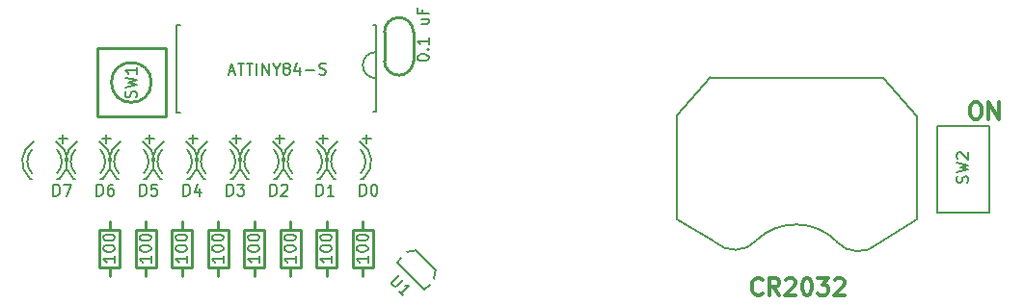
<source format=gto>
G04 #@! TF.FileFunction,Legend,Top*
%FSLAX46Y46*%
G04 Gerber Fmt 4.6, Leading zero omitted, Abs format (unit mm)*
G04 Created by KiCad (PCBNEW 4.0.7) date 02/28/18 07:49:30*
%MOMM*%
%LPD*%
G01*
G04 APERTURE LIST*
%ADD10C,0.100000*%
%ADD11C,0.150000*%
%ADD12C,0.300000*%
%ADD13C,0.200000*%
%ADD14C,0.151740*%
%ADD15C,0.150800*%
%ADD16C,0.250000*%
%ADD17C,0.254000*%
%ADD18C,0.177800*%
G04 APERTURE END LIST*
D10*
D11*
X162075905Y-85542381D02*
X162075905Y-84542381D01*
X162314000Y-84542381D01*
X162456858Y-84590000D01*
X162552096Y-84685238D01*
X162599715Y-84780476D01*
X162647334Y-84970952D01*
X162647334Y-85113810D01*
X162599715Y-85304286D01*
X162552096Y-85399524D01*
X162456858Y-85494762D01*
X162314000Y-85542381D01*
X162075905Y-85542381D01*
X162980667Y-84542381D02*
X163647334Y-84542381D01*
X163218762Y-85542381D01*
X165885905Y-85542381D02*
X165885905Y-84542381D01*
X166124000Y-84542381D01*
X166266858Y-84590000D01*
X166362096Y-84685238D01*
X166409715Y-84780476D01*
X166457334Y-84970952D01*
X166457334Y-85113810D01*
X166409715Y-85304286D01*
X166362096Y-85399524D01*
X166266858Y-85494762D01*
X166124000Y-85542381D01*
X165885905Y-85542381D01*
X167314477Y-84542381D02*
X167124000Y-84542381D01*
X167028762Y-84590000D01*
X166981143Y-84637619D01*
X166885905Y-84780476D01*
X166838286Y-84970952D01*
X166838286Y-85351905D01*
X166885905Y-85447143D01*
X166933524Y-85494762D01*
X167028762Y-85542381D01*
X167219239Y-85542381D01*
X167314477Y-85494762D01*
X167362096Y-85447143D01*
X167409715Y-85351905D01*
X167409715Y-85113810D01*
X167362096Y-85018571D01*
X167314477Y-84970952D01*
X167219239Y-84923333D01*
X167028762Y-84923333D01*
X166933524Y-84970952D01*
X166885905Y-85018571D01*
X166838286Y-85113810D01*
X169695905Y-85542381D02*
X169695905Y-84542381D01*
X169934000Y-84542381D01*
X170076858Y-84590000D01*
X170172096Y-84685238D01*
X170219715Y-84780476D01*
X170267334Y-84970952D01*
X170267334Y-85113810D01*
X170219715Y-85304286D01*
X170172096Y-85399524D01*
X170076858Y-85494762D01*
X169934000Y-85542381D01*
X169695905Y-85542381D01*
X171172096Y-84542381D02*
X170695905Y-84542381D01*
X170648286Y-85018571D01*
X170695905Y-84970952D01*
X170791143Y-84923333D01*
X171029239Y-84923333D01*
X171124477Y-84970952D01*
X171172096Y-85018571D01*
X171219715Y-85113810D01*
X171219715Y-85351905D01*
X171172096Y-85447143D01*
X171124477Y-85494762D01*
X171029239Y-85542381D01*
X170791143Y-85542381D01*
X170695905Y-85494762D01*
X170648286Y-85447143D01*
X173505905Y-85542381D02*
X173505905Y-84542381D01*
X173744000Y-84542381D01*
X173886858Y-84590000D01*
X173982096Y-84685238D01*
X174029715Y-84780476D01*
X174077334Y-84970952D01*
X174077334Y-85113810D01*
X174029715Y-85304286D01*
X173982096Y-85399524D01*
X173886858Y-85494762D01*
X173744000Y-85542381D01*
X173505905Y-85542381D01*
X174934477Y-84875714D02*
X174934477Y-85542381D01*
X174696381Y-84494762D02*
X174458286Y-85209048D01*
X175077334Y-85209048D01*
X177315905Y-85542381D02*
X177315905Y-84542381D01*
X177554000Y-84542381D01*
X177696858Y-84590000D01*
X177792096Y-84685238D01*
X177839715Y-84780476D01*
X177887334Y-84970952D01*
X177887334Y-85113810D01*
X177839715Y-85304286D01*
X177792096Y-85399524D01*
X177696858Y-85494762D01*
X177554000Y-85542381D01*
X177315905Y-85542381D01*
X178220667Y-84542381D02*
X178839715Y-84542381D01*
X178506381Y-84923333D01*
X178649239Y-84923333D01*
X178744477Y-84970952D01*
X178792096Y-85018571D01*
X178839715Y-85113810D01*
X178839715Y-85351905D01*
X178792096Y-85447143D01*
X178744477Y-85494762D01*
X178649239Y-85542381D01*
X178363524Y-85542381D01*
X178268286Y-85494762D01*
X178220667Y-85447143D01*
X181125905Y-85542381D02*
X181125905Y-84542381D01*
X181364000Y-84542381D01*
X181506858Y-84590000D01*
X181602096Y-84685238D01*
X181649715Y-84780476D01*
X181697334Y-84970952D01*
X181697334Y-85113810D01*
X181649715Y-85304286D01*
X181602096Y-85399524D01*
X181506858Y-85494762D01*
X181364000Y-85542381D01*
X181125905Y-85542381D01*
X182078286Y-84637619D02*
X182125905Y-84590000D01*
X182221143Y-84542381D01*
X182459239Y-84542381D01*
X182554477Y-84590000D01*
X182602096Y-84637619D01*
X182649715Y-84732857D01*
X182649715Y-84828095D01*
X182602096Y-84970952D01*
X182030667Y-85542381D01*
X182649715Y-85542381D01*
X188999905Y-85542381D02*
X188999905Y-84542381D01*
X189238000Y-84542381D01*
X189380858Y-84590000D01*
X189476096Y-84685238D01*
X189523715Y-84780476D01*
X189571334Y-84970952D01*
X189571334Y-85113810D01*
X189523715Y-85304286D01*
X189476096Y-85399524D01*
X189380858Y-85494762D01*
X189238000Y-85542381D01*
X188999905Y-85542381D01*
X190190381Y-84542381D02*
X190285620Y-84542381D01*
X190380858Y-84590000D01*
X190428477Y-84637619D01*
X190476096Y-84732857D01*
X190523715Y-84923333D01*
X190523715Y-85161429D01*
X190476096Y-85351905D01*
X190428477Y-85447143D01*
X190380858Y-85494762D01*
X190285620Y-85542381D01*
X190190381Y-85542381D01*
X190095143Y-85494762D01*
X190047524Y-85447143D01*
X189999905Y-85351905D01*
X189952286Y-85161429D01*
X189952286Y-84923333D01*
X189999905Y-84732857D01*
X190047524Y-84637619D01*
X190095143Y-84590000D01*
X190190381Y-84542381D01*
X185189905Y-85542381D02*
X185189905Y-84542381D01*
X185428000Y-84542381D01*
X185570858Y-84590000D01*
X185666096Y-84685238D01*
X185713715Y-84780476D01*
X185761334Y-84970952D01*
X185761334Y-85113810D01*
X185713715Y-85304286D01*
X185666096Y-85399524D01*
X185570858Y-85494762D01*
X185428000Y-85542381D01*
X185189905Y-85542381D01*
X186713715Y-85542381D02*
X186142286Y-85542381D01*
X186428000Y-85542381D02*
X186428000Y-84542381D01*
X186332762Y-84685238D01*
X186237524Y-84780476D01*
X186142286Y-84828095D01*
D12*
X224314144Y-94134714D02*
X224242715Y-94206143D01*
X224028429Y-94277571D01*
X223885572Y-94277571D01*
X223671287Y-94206143D01*
X223528429Y-94063286D01*
X223457001Y-93920429D01*
X223385572Y-93634714D01*
X223385572Y-93420429D01*
X223457001Y-93134714D01*
X223528429Y-92991857D01*
X223671287Y-92849000D01*
X223885572Y-92777571D01*
X224028429Y-92777571D01*
X224242715Y-92849000D01*
X224314144Y-92920429D01*
X225814144Y-94277571D02*
X225314144Y-93563286D01*
X224957001Y-94277571D02*
X224957001Y-92777571D01*
X225528429Y-92777571D01*
X225671287Y-92849000D01*
X225742715Y-92920429D01*
X225814144Y-93063286D01*
X225814144Y-93277571D01*
X225742715Y-93420429D01*
X225671287Y-93491857D01*
X225528429Y-93563286D01*
X224957001Y-93563286D01*
X226385572Y-92920429D02*
X226457001Y-92849000D01*
X226599858Y-92777571D01*
X226957001Y-92777571D01*
X227099858Y-92849000D01*
X227171287Y-92920429D01*
X227242715Y-93063286D01*
X227242715Y-93206143D01*
X227171287Y-93420429D01*
X226314144Y-94277571D01*
X227242715Y-94277571D01*
X228171286Y-92777571D02*
X228314143Y-92777571D01*
X228457000Y-92849000D01*
X228528429Y-92920429D01*
X228599858Y-93063286D01*
X228671286Y-93349000D01*
X228671286Y-93706143D01*
X228599858Y-93991857D01*
X228528429Y-94134714D01*
X228457000Y-94206143D01*
X228314143Y-94277571D01*
X228171286Y-94277571D01*
X228028429Y-94206143D01*
X227957000Y-94134714D01*
X227885572Y-93991857D01*
X227814143Y-93706143D01*
X227814143Y-93349000D01*
X227885572Y-93063286D01*
X227957000Y-92920429D01*
X228028429Y-92849000D01*
X228171286Y-92777571D01*
X229171286Y-92777571D02*
X230099857Y-92777571D01*
X229599857Y-93349000D01*
X229814143Y-93349000D01*
X229957000Y-93420429D01*
X230028429Y-93491857D01*
X230099857Y-93634714D01*
X230099857Y-93991857D01*
X230028429Y-94134714D01*
X229957000Y-94206143D01*
X229814143Y-94277571D01*
X229385571Y-94277571D01*
X229242714Y-94206143D01*
X229171286Y-94134714D01*
X230671285Y-92920429D02*
X230742714Y-92849000D01*
X230885571Y-92777571D01*
X231242714Y-92777571D01*
X231385571Y-92849000D01*
X231457000Y-92920429D01*
X231528428Y-93063286D01*
X231528428Y-93206143D01*
X231457000Y-93420429D01*
X230599857Y-94277571D01*
X231528428Y-94277571D01*
X242911428Y-77283571D02*
X243197142Y-77283571D01*
X243340000Y-77355000D01*
X243482857Y-77497857D01*
X243554285Y-77783571D01*
X243554285Y-78283571D01*
X243482857Y-78569286D01*
X243340000Y-78712143D01*
X243197142Y-78783571D01*
X242911428Y-78783571D01*
X242768571Y-78712143D01*
X242625714Y-78569286D01*
X242554285Y-78283571D01*
X242554285Y-77783571D01*
X242625714Y-77497857D01*
X242768571Y-77355000D01*
X242911428Y-77283571D01*
X244197143Y-78783571D02*
X244197143Y-77283571D01*
X245054286Y-78783571D01*
X245054286Y-77283571D01*
D13*
X195564592Y-92019751D02*
X193948146Y-90403305D01*
D14*
X194666567Y-93815803D02*
X192241898Y-91391133D01*
D15*
X195115580Y-93366790D02*
X194666567Y-93815803D01*
X192241898Y-91391133D02*
X192601108Y-91031923D01*
D11*
X195481639Y-92861707D02*
G75*
G03X195633889Y-92019751I-2251913J841956D01*
G01*
X193106190Y-90486259D02*
G75*
G02X193948146Y-90334009I841956J-2251913D01*
G01*
D13*
X189230000Y-74041000D02*
G75*
G03X190373000Y-75184000I1143000J0D01*
G01*
X190373000Y-72898000D02*
G75*
G03X189230000Y-74041000I0J-1143000D01*
G01*
X190119000Y-70485000D02*
X190373000Y-70485000D01*
X190373000Y-70485000D02*
X190373000Y-77978000D01*
X190373000Y-77978000D02*
X190373000Y-78105000D01*
X190373000Y-78105000D02*
X190119000Y-78105000D01*
X172847000Y-70485000D02*
X173228000Y-70485000D01*
X172847000Y-78232000D02*
X173228000Y-78232000D01*
X172847000Y-70485000D02*
X172847000Y-78232000D01*
D16*
X171910000Y-72565000D02*
X171910000Y-78565000D01*
X171910000Y-78565000D02*
X165910000Y-78565000D01*
X165910000Y-78565000D02*
X165910000Y-72565000D01*
X165910000Y-72565000D02*
X171910000Y-72565000D01*
X170660000Y-75565000D02*
G75*
G03X170660000Y-75565000I-1750000J0D01*
G01*
D11*
X220154500Y-89598500D02*
X216789000Y-87630000D01*
X234505500Y-89725500D02*
X237871000Y-87630000D01*
X220129100Y-89598500D02*
G75*
G03X223812100Y-89471500I1778000J1905000D01*
G01*
X230835200Y-89598500D02*
G75*
G03X234518200Y-89725500I1905000J1778000D01*
G01*
X230886000Y-89598500D02*
G75*
G03X223774000Y-89471500I-3619500J-3492500D01*
G01*
X234950000Y-75184000D02*
X237871000Y-78549500D01*
X216789000Y-78486000D02*
X219773500Y-75120500D01*
X219710000Y-75184000D02*
X234950000Y-75184000D01*
X216789000Y-87630000D02*
X216789000Y-78486000D01*
X237871000Y-87630000D02*
X237871000Y-78486000D01*
D17*
X193675000Y-71120000D02*
X193675000Y-73660000D01*
X191135000Y-71120000D02*
X191135000Y-73660000D01*
X192405000Y-69850000D02*
G75*
G03X191135000Y-71120000I0J-1270000D01*
G01*
X193675000Y-71120000D02*
G75*
G03X192405000Y-69850000I-1270000J0D01*
G01*
X191135000Y-73660000D02*
G75*
G03X192405000Y-74930000I1270000J0D01*
G01*
X192405000Y-74930000D02*
G75*
G03X193675000Y-73660000I0J1270000D01*
G01*
D11*
X189274000Y-84019000D02*
X189074000Y-84019000D01*
X186680000Y-84019000D02*
X186860000Y-84019000D01*
X186990357Y-80791256D02*
G75*
G03X186674000Y-84019000I1003643J-1727744D01*
G01*
X186860932Y-81466994D02*
G75*
G03X186860000Y-83570000I1133068J-1052006D01*
G01*
X189300726Y-84006220D02*
G75*
G03X188954000Y-80769000I-1306726J1497220D01*
G01*
X189073253Y-83532889D02*
G75*
G03X189054000Y-81485000I-1079253J1013889D01*
G01*
X185464000Y-84019000D02*
X185264000Y-84019000D01*
X182870000Y-84019000D02*
X183050000Y-84019000D01*
X183180357Y-80791256D02*
G75*
G03X182864000Y-84019000I1003643J-1727744D01*
G01*
X183050932Y-81466994D02*
G75*
G03X183050000Y-83570000I1133068J-1052006D01*
G01*
X185490726Y-84006220D02*
G75*
G03X185144000Y-80769000I-1306726J1497220D01*
G01*
X185263253Y-83532889D02*
G75*
G03X185244000Y-81485000I-1079253J1013889D01*
G01*
X181654000Y-84019000D02*
X181454000Y-84019000D01*
X179060000Y-84019000D02*
X179240000Y-84019000D01*
X179370357Y-80791256D02*
G75*
G03X179054000Y-84019000I1003643J-1727744D01*
G01*
X179240932Y-81466994D02*
G75*
G03X179240000Y-83570000I1133068J-1052006D01*
G01*
X181680726Y-84006220D02*
G75*
G03X181334000Y-80769000I-1306726J1497220D01*
G01*
X181453253Y-83532889D02*
G75*
G03X181434000Y-81485000I-1079253J1013889D01*
G01*
X177844000Y-84019000D02*
X177644000Y-84019000D01*
X175250000Y-84019000D02*
X175430000Y-84019000D01*
X175560357Y-80791256D02*
G75*
G03X175244000Y-84019000I1003643J-1727744D01*
G01*
X175430932Y-81466994D02*
G75*
G03X175430000Y-83570000I1133068J-1052006D01*
G01*
X177870726Y-84006220D02*
G75*
G03X177524000Y-80769000I-1306726J1497220D01*
G01*
X177643253Y-83532889D02*
G75*
G03X177624000Y-81485000I-1079253J1013889D01*
G01*
X174034000Y-84019000D02*
X173834000Y-84019000D01*
X171440000Y-84019000D02*
X171620000Y-84019000D01*
X171750357Y-80791256D02*
G75*
G03X171434000Y-84019000I1003643J-1727744D01*
G01*
X171620932Y-81466994D02*
G75*
G03X171620000Y-83570000I1133068J-1052006D01*
G01*
X174060726Y-84006220D02*
G75*
G03X173714000Y-80769000I-1306726J1497220D01*
G01*
X173833253Y-83532889D02*
G75*
G03X173814000Y-81485000I-1079253J1013889D01*
G01*
X170224000Y-84019000D02*
X170024000Y-84019000D01*
X167630000Y-84019000D02*
X167810000Y-84019000D01*
X167940357Y-80791256D02*
G75*
G03X167624000Y-84019000I1003643J-1727744D01*
G01*
X167810932Y-81466994D02*
G75*
G03X167810000Y-83570000I1133068J-1052006D01*
G01*
X170250726Y-84006220D02*
G75*
G03X169904000Y-80769000I-1306726J1497220D01*
G01*
X170023253Y-83532889D02*
G75*
G03X170004000Y-81485000I-1079253J1013889D01*
G01*
X166414000Y-84019000D02*
X166214000Y-84019000D01*
X163820000Y-84019000D02*
X164000000Y-84019000D01*
X164130357Y-80791256D02*
G75*
G03X163814000Y-84019000I1003643J-1727744D01*
G01*
X164000932Y-81466994D02*
G75*
G03X164000000Y-83570000I1133068J-1052006D01*
G01*
X166440726Y-84006220D02*
G75*
G03X166094000Y-80769000I-1306726J1497220D01*
G01*
X166213253Y-83532889D02*
G75*
G03X166194000Y-81485000I-1079253J1013889D01*
G01*
X162604000Y-84019000D02*
X162404000Y-84019000D01*
X160010000Y-84019000D02*
X160190000Y-84019000D01*
X160320357Y-80791256D02*
G75*
G03X160004000Y-84019000I1003643J-1727744D01*
G01*
X160190932Y-81466994D02*
G75*
G03X160190000Y-83570000I1133068J-1052006D01*
G01*
X162630726Y-84006220D02*
G75*
G03X162284000Y-80769000I-1306726J1497220D01*
G01*
X162403253Y-83532889D02*
G75*
G03X162384000Y-81485000I-1079253J1013889D01*
G01*
D17*
X189230000Y-88519000D02*
X189230000Y-87757000D01*
X189230000Y-91821000D02*
X189230000Y-92583000D01*
X188341000Y-91821000D02*
X188595000Y-91821000D01*
X188341000Y-91821000D02*
X188341000Y-88519000D01*
X188341000Y-88519000D02*
X190119000Y-88519000D01*
X190119000Y-88519000D02*
X190119000Y-91821000D01*
X190119000Y-91821000D02*
X188595000Y-91821000D01*
X186055000Y-88519000D02*
X186055000Y-87757000D01*
X186055000Y-91821000D02*
X186055000Y-92583000D01*
X185166000Y-91821000D02*
X185420000Y-91821000D01*
X185166000Y-91821000D02*
X185166000Y-88519000D01*
X185166000Y-88519000D02*
X186944000Y-88519000D01*
X186944000Y-88519000D02*
X186944000Y-91821000D01*
X186944000Y-91821000D02*
X185420000Y-91821000D01*
X182880000Y-88519000D02*
X182880000Y-87757000D01*
X182880000Y-91821000D02*
X182880000Y-92583000D01*
X181991000Y-91821000D02*
X182245000Y-91821000D01*
X181991000Y-91821000D02*
X181991000Y-88519000D01*
X181991000Y-88519000D02*
X183769000Y-88519000D01*
X183769000Y-88519000D02*
X183769000Y-91821000D01*
X183769000Y-91821000D02*
X182245000Y-91821000D01*
X179705000Y-88519000D02*
X179705000Y-87757000D01*
X179705000Y-91821000D02*
X179705000Y-92583000D01*
X178816000Y-91821000D02*
X179070000Y-91821000D01*
X178816000Y-91821000D02*
X178816000Y-88519000D01*
X178816000Y-88519000D02*
X180594000Y-88519000D01*
X180594000Y-88519000D02*
X180594000Y-91821000D01*
X180594000Y-91821000D02*
X179070000Y-91821000D01*
X176530000Y-88519000D02*
X176530000Y-87757000D01*
X176530000Y-91821000D02*
X176530000Y-92583000D01*
X175641000Y-91821000D02*
X175895000Y-91821000D01*
X175641000Y-91821000D02*
X175641000Y-88519000D01*
X175641000Y-88519000D02*
X177419000Y-88519000D01*
X177419000Y-88519000D02*
X177419000Y-91821000D01*
X177419000Y-91821000D02*
X175895000Y-91821000D01*
X173355000Y-88519000D02*
X173355000Y-87757000D01*
X173355000Y-91821000D02*
X173355000Y-92583000D01*
X172466000Y-91821000D02*
X172720000Y-91821000D01*
X172466000Y-91821000D02*
X172466000Y-88519000D01*
X172466000Y-88519000D02*
X174244000Y-88519000D01*
X174244000Y-88519000D02*
X174244000Y-91821000D01*
X174244000Y-91821000D02*
X172720000Y-91821000D01*
X170180000Y-88519000D02*
X170180000Y-87757000D01*
X170180000Y-91821000D02*
X170180000Y-92583000D01*
X169291000Y-91821000D02*
X169545000Y-91821000D01*
X169291000Y-91821000D02*
X169291000Y-88519000D01*
X169291000Y-88519000D02*
X171069000Y-88519000D01*
X171069000Y-88519000D02*
X171069000Y-91821000D01*
X171069000Y-91821000D02*
X169545000Y-91821000D01*
X167005000Y-88519000D02*
X167005000Y-87757000D01*
X167005000Y-91821000D02*
X167005000Y-92583000D01*
X166116000Y-91821000D02*
X166370000Y-91821000D01*
X166116000Y-91821000D02*
X166116000Y-88519000D01*
X166116000Y-88519000D02*
X167894000Y-88519000D01*
X167894000Y-88519000D02*
X167894000Y-91821000D01*
X167894000Y-91821000D02*
X166370000Y-91821000D01*
D11*
X244221000Y-86995000D02*
X239649000Y-86995000D01*
X244221000Y-79375000D02*
X239649000Y-79375000D01*
X244221000Y-79375000D02*
X244221000Y-86995000D01*
X239649000Y-86995000D02*
X239649000Y-79375000D01*
X192393042Y-92512239D02*
X191820622Y-93084659D01*
X191786950Y-93185674D01*
X191786950Y-93253017D01*
X191820622Y-93354032D01*
X191955310Y-93488720D01*
X192056325Y-93522392D01*
X192123668Y-93522392D01*
X192224683Y-93488720D01*
X192797103Y-92916300D01*
X192797103Y-94330514D02*
X192393042Y-93926452D01*
X192595072Y-94128483D02*
X193302179Y-93421376D01*
X193133820Y-93455048D01*
X192999134Y-93455048D01*
X192898118Y-93421376D01*
X177498905Y-74588667D02*
X177975096Y-74588667D01*
X177403667Y-74874381D02*
X177737000Y-73874381D01*
X178070334Y-74874381D01*
X178260810Y-73874381D02*
X178832239Y-73874381D01*
X178546524Y-74874381D02*
X178546524Y-73874381D01*
X179022715Y-73874381D02*
X179594144Y-73874381D01*
X179308429Y-74874381D02*
X179308429Y-73874381D01*
X179927477Y-74874381D02*
X179927477Y-73874381D01*
X180403667Y-74874381D02*
X180403667Y-73874381D01*
X180975096Y-74874381D01*
X180975096Y-73874381D01*
X181641762Y-74398190D02*
X181641762Y-74874381D01*
X181308429Y-73874381D02*
X181641762Y-74398190D01*
X181975096Y-73874381D01*
X182451286Y-74302952D02*
X182356048Y-74255333D01*
X182308429Y-74207714D01*
X182260810Y-74112476D01*
X182260810Y-74064857D01*
X182308429Y-73969619D01*
X182356048Y-73922000D01*
X182451286Y-73874381D01*
X182641763Y-73874381D01*
X182737001Y-73922000D01*
X182784620Y-73969619D01*
X182832239Y-74064857D01*
X182832239Y-74112476D01*
X182784620Y-74207714D01*
X182737001Y-74255333D01*
X182641763Y-74302952D01*
X182451286Y-74302952D01*
X182356048Y-74350571D01*
X182308429Y-74398190D01*
X182260810Y-74493429D01*
X182260810Y-74683905D01*
X182308429Y-74779143D01*
X182356048Y-74826762D01*
X182451286Y-74874381D01*
X182641763Y-74874381D01*
X182737001Y-74826762D01*
X182784620Y-74779143D01*
X182832239Y-74683905D01*
X182832239Y-74493429D01*
X182784620Y-74398190D01*
X182737001Y-74350571D01*
X182641763Y-74302952D01*
X183689382Y-74207714D02*
X183689382Y-74874381D01*
X183451286Y-73826762D02*
X183213191Y-74541048D01*
X183832239Y-74541048D01*
X184213191Y-74493429D02*
X184975096Y-74493429D01*
X185403667Y-74826762D02*
X185546524Y-74874381D01*
X185784620Y-74874381D01*
X185879858Y-74826762D01*
X185927477Y-74779143D01*
X185975096Y-74683905D01*
X185975096Y-74588667D01*
X185927477Y-74493429D01*
X185879858Y-74445810D01*
X185784620Y-74398190D01*
X185594143Y-74350571D01*
X185498905Y-74302952D01*
X185451286Y-74255333D01*
X185403667Y-74160095D01*
X185403667Y-74064857D01*
X185451286Y-73969619D01*
X185498905Y-73922000D01*
X185594143Y-73874381D01*
X185832239Y-73874381D01*
X185975096Y-73922000D01*
X169314762Y-76898333D02*
X169362381Y-76755476D01*
X169362381Y-76517380D01*
X169314762Y-76422142D01*
X169267143Y-76374523D01*
X169171905Y-76326904D01*
X169076667Y-76326904D01*
X168981429Y-76374523D01*
X168933810Y-76422142D01*
X168886190Y-76517380D01*
X168838571Y-76707857D01*
X168790952Y-76803095D01*
X168743333Y-76850714D01*
X168648095Y-76898333D01*
X168552857Y-76898333D01*
X168457619Y-76850714D01*
X168410000Y-76803095D01*
X168362381Y-76707857D01*
X168362381Y-76469761D01*
X168410000Y-76326904D01*
X168362381Y-75993571D02*
X169362381Y-75755476D01*
X168648095Y-75564999D01*
X169362381Y-75374523D01*
X168362381Y-75136428D01*
X169362381Y-74231666D02*
X169362381Y-74803095D01*
X169362381Y-74517381D02*
X168362381Y-74517381D01*
X168505238Y-74612619D01*
X168600476Y-74707857D01*
X168648095Y-74803095D01*
D18*
X194007619Y-73430190D02*
X194007619Y-73333429D01*
X194056000Y-73236667D01*
X194104381Y-73188286D01*
X194201143Y-73139905D01*
X194394667Y-73091524D01*
X194636571Y-73091524D01*
X194830095Y-73139905D01*
X194926857Y-73188286D01*
X194975238Y-73236667D01*
X195023619Y-73333429D01*
X195023619Y-73430190D01*
X194975238Y-73526952D01*
X194926857Y-73575333D01*
X194830095Y-73623714D01*
X194636571Y-73672095D01*
X194394667Y-73672095D01*
X194201143Y-73623714D01*
X194104381Y-73575333D01*
X194056000Y-73526952D01*
X194007619Y-73430190D01*
X194926857Y-72656095D02*
X194975238Y-72607714D01*
X195023619Y-72656095D01*
X194975238Y-72704476D01*
X194926857Y-72656095D01*
X195023619Y-72656095D01*
X195023619Y-71640095D02*
X195023619Y-72220666D01*
X195023619Y-71930380D02*
X194007619Y-71930380D01*
X194152762Y-72027142D01*
X194249524Y-72123904D01*
X194297905Y-72220666D01*
X194346286Y-69995143D02*
X195023619Y-69995143D01*
X194346286Y-70430571D02*
X194878476Y-70430571D01*
X194975238Y-70382190D01*
X195023619Y-70285428D01*
X195023619Y-70140286D01*
X194975238Y-70043524D01*
X194926857Y-69995143D01*
X194491429Y-69172667D02*
X194491429Y-69511333D01*
X195023619Y-69511333D02*
X194007619Y-69511333D01*
X194007619Y-69027524D01*
D11*
X189555429Y-80898952D02*
X189555429Y-80137047D01*
X189936381Y-80517999D02*
X189174476Y-80517999D01*
X185745429Y-80898952D02*
X185745429Y-80137047D01*
X186126381Y-80517999D02*
X185364476Y-80517999D01*
X181935429Y-80898952D02*
X181935429Y-80137047D01*
X182316381Y-80517999D02*
X181554476Y-80517999D01*
X178125429Y-80898952D02*
X178125429Y-80137047D01*
X178506381Y-80517999D02*
X177744476Y-80517999D01*
X174315429Y-80898952D02*
X174315429Y-80137047D01*
X174696381Y-80517999D02*
X173934476Y-80517999D01*
X170505429Y-80898952D02*
X170505429Y-80137047D01*
X170886381Y-80517999D02*
X170124476Y-80517999D01*
X166695429Y-80898952D02*
X166695429Y-80137047D01*
X167076381Y-80517999D02*
X166314476Y-80517999D01*
X162885429Y-80898952D02*
X162885429Y-80137047D01*
X163266381Y-80517999D02*
X162504476Y-80517999D01*
X189682381Y-90836666D02*
X189682381Y-91408095D01*
X189682381Y-91122381D02*
X188682381Y-91122381D01*
X188825238Y-91217619D01*
X188920476Y-91312857D01*
X188968095Y-91408095D01*
X188682381Y-90217619D02*
X188682381Y-90122380D01*
X188730000Y-90027142D01*
X188777619Y-89979523D01*
X188872857Y-89931904D01*
X189063333Y-89884285D01*
X189301429Y-89884285D01*
X189491905Y-89931904D01*
X189587143Y-89979523D01*
X189634762Y-90027142D01*
X189682381Y-90122380D01*
X189682381Y-90217619D01*
X189634762Y-90312857D01*
X189587143Y-90360476D01*
X189491905Y-90408095D01*
X189301429Y-90455714D01*
X189063333Y-90455714D01*
X188872857Y-90408095D01*
X188777619Y-90360476D01*
X188730000Y-90312857D01*
X188682381Y-90217619D01*
X188682381Y-89265238D02*
X188682381Y-89169999D01*
X188730000Y-89074761D01*
X188777619Y-89027142D01*
X188872857Y-88979523D01*
X189063333Y-88931904D01*
X189301429Y-88931904D01*
X189491905Y-88979523D01*
X189587143Y-89027142D01*
X189634762Y-89074761D01*
X189682381Y-89169999D01*
X189682381Y-89265238D01*
X189634762Y-89360476D01*
X189587143Y-89408095D01*
X189491905Y-89455714D01*
X189301429Y-89503333D01*
X189063333Y-89503333D01*
X188872857Y-89455714D01*
X188777619Y-89408095D01*
X188730000Y-89360476D01*
X188682381Y-89265238D01*
X186507381Y-90836666D02*
X186507381Y-91408095D01*
X186507381Y-91122381D02*
X185507381Y-91122381D01*
X185650238Y-91217619D01*
X185745476Y-91312857D01*
X185793095Y-91408095D01*
X185507381Y-90217619D02*
X185507381Y-90122380D01*
X185555000Y-90027142D01*
X185602619Y-89979523D01*
X185697857Y-89931904D01*
X185888333Y-89884285D01*
X186126429Y-89884285D01*
X186316905Y-89931904D01*
X186412143Y-89979523D01*
X186459762Y-90027142D01*
X186507381Y-90122380D01*
X186507381Y-90217619D01*
X186459762Y-90312857D01*
X186412143Y-90360476D01*
X186316905Y-90408095D01*
X186126429Y-90455714D01*
X185888333Y-90455714D01*
X185697857Y-90408095D01*
X185602619Y-90360476D01*
X185555000Y-90312857D01*
X185507381Y-90217619D01*
X185507381Y-89265238D02*
X185507381Y-89169999D01*
X185555000Y-89074761D01*
X185602619Y-89027142D01*
X185697857Y-88979523D01*
X185888333Y-88931904D01*
X186126429Y-88931904D01*
X186316905Y-88979523D01*
X186412143Y-89027142D01*
X186459762Y-89074761D01*
X186507381Y-89169999D01*
X186507381Y-89265238D01*
X186459762Y-89360476D01*
X186412143Y-89408095D01*
X186316905Y-89455714D01*
X186126429Y-89503333D01*
X185888333Y-89503333D01*
X185697857Y-89455714D01*
X185602619Y-89408095D01*
X185555000Y-89360476D01*
X185507381Y-89265238D01*
X183332381Y-90836666D02*
X183332381Y-91408095D01*
X183332381Y-91122381D02*
X182332381Y-91122381D01*
X182475238Y-91217619D01*
X182570476Y-91312857D01*
X182618095Y-91408095D01*
X182332381Y-90217619D02*
X182332381Y-90122380D01*
X182380000Y-90027142D01*
X182427619Y-89979523D01*
X182522857Y-89931904D01*
X182713333Y-89884285D01*
X182951429Y-89884285D01*
X183141905Y-89931904D01*
X183237143Y-89979523D01*
X183284762Y-90027142D01*
X183332381Y-90122380D01*
X183332381Y-90217619D01*
X183284762Y-90312857D01*
X183237143Y-90360476D01*
X183141905Y-90408095D01*
X182951429Y-90455714D01*
X182713333Y-90455714D01*
X182522857Y-90408095D01*
X182427619Y-90360476D01*
X182380000Y-90312857D01*
X182332381Y-90217619D01*
X182332381Y-89265238D02*
X182332381Y-89169999D01*
X182380000Y-89074761D01*
X182427619Y-89027142D01*
X182522857Y-88979523D01*
X182713333Y-88931904D01*
X182951429Y-88931904D01*
X183141905Y-88979523D01*
X183237143Y-89027142D01*
X183284762Y-89074761D01*
X183332381Y-89169999D01*
X183332381Y-89265238D01*
X183284762Y-89360476D01*
X183237143Y-89408095D01*
X183141905Y-89455714D01*
X182951429Y-89503333D01*
X182713333Y-89503333D01*
X182522857Y-89455714D01*
X182427619Y-89408095D01*
X182380000Y-89360476D01*
X182332381Y-89265238D01*
X180157381Y-90836666D02*
X180157381Y-91408095D01*
X180157381Y-91122381D02*
X179157381Y-91122381D01*
X179300238Y-91217619D01*
X179395476Y-91312857D01*
X179443095Y-91408095D01*
X179157381Y-90217619D02*
X179157381Y-90122380D01*
X179205000Y-90027142D01*
X179252619Y-89979523D01*
X179347857Y-89931904D01*
X179538333Y-89884285D01*
X179776429Y-89884285D01*
X179966905Y-89931904D01*
X180062143Y-89979523D01*
X180109762Y-90027142D01*
X180157381Y-90122380D01*
X180157381Y-90217619D01*
X180109762Y-90312857D01*
X180062143Y-90360476D01*
X179966905Y-90408095D01*
X179776429Y-90455714D01*
X179538333Y-90455714D01*
X179347857Y-90408095D01*
X179252619Y-90360476D01*
X179205000Y-90312857D01*
X179157381Y-90217619D01*
X179157381Y-89265238D02*
X179157381Y-89169999D01*
X179205000Y-89074761D01*
X179252619Y-89027142D01*
X179347857Y-88979523D01*
X179538333Y-88931904D01*
X179776429Y-88931904D01*
X179966905Y-88979523D01*
X180062143Y-89027142D01*
X180109762Y-89074761D01*
X180157381Y-89169999D01*
X180157381Y-89265238D01*
X180109762Y-89360476D01*
X180062143Y-89408095D01*
X179966905Y-89455714D01*
X179776429Y-89503333D01*
X179538333Y-89503333D01*
X179347857Y-89455714D01*
X179252619Y-89408095D01*
X179205000Y-89360476D01*
X179157381Y-89265238D01*
X176982381Y-90836666D02*
X176982381Y-91408095D01*
X176982381Y-91122381D02*
X175982381Y-91122381D01*
X176125238Y-91217619D01*
X176220476Y-91312857D01*
X176268095Y-91408095D01*
X175982381Y-90217619D02*
X175982381Y-90122380D01*
X176030000Y-90027142D01*
X176077619Y-89979523D01*
X176172857Y-89931904D01*
X176363333Y-89884285D01*
X176601429Y-89884285D01*
X176791905Y-89931904D01*
X176887143Y-89979523D01*
X176934762Y-90027142D01*
X176982381Y-90122380D01*
X176982381Y-90217619D01*
X176934762Y-90312857D01*
X176887143Y-90360476D01*
X176791905Y-90408095D01*
X176601429Y-90455714D01*
X176363333Y-90455714D01*
X176172857Y-90408095D01*
X176077619Y-90360476D01*
X176030000Y-90312857D01*
X175982381Y-90217619D01*
X175982381Y-89265238D02*
X175982381Y-89169999D01*
X176030000Y-89074761D01*
X176077619Y-89027142D01*
X176172857Y-88979523D01*
X176363333Y-88931904D01*
X176601429Y-88931904D01*
X176791905Y-88979523D01*
X176887143Y-89027142D01*
X176934762Y-89074761D01*
X176982381Y-89169999D01*
X176982381Y-89265238D01*
X176934762Y-89360476D01*
X176887143Y-89408095D01*
X176791905Y-89455714D01*
X176601429Y-89503333D01*
X176363333Y-89503333D01*
X176172857Y-89455714D01*
X176077619Y-89408095D01*
X176030000Y-89360476D01*
X175982381Y-89265238D01*
X173807381Y-90836666D02*
X173807381Y-91408095D01*
X173807381Y-91122381D02*
X172807381Y-91122381D01*
X172950238Y-91217619D01*
X173045476Y-91312857D01*
X173093095Y-91408095D01*
X172807381Y-90217619D02*
X172807381Y-90122380D01*
X172855000Y-90027142D01*
X172902619Y-89979523D01*
X172997857Y-89931904D01*
X173188333Y-89884285D01*
X173426429Y-89884285D01*
X173616905Y-89931904D01*
X173712143Y-89979523D01*
X173759762Y-90027142D01*
X173807381Y-90122380D01*
X173807381Y-90217619D01*
X173759762Y-90312857D01*
X173712143Y-90360476D01*
X173616905Y-90408095D01*
X173426429Y-90455714D01*
X173188333Y-90455714D01*
X172997857Y-90408095D01*
X172902619Y-90360476D01*
X172855000Y-90312857D01*
X172807381Y-90217619D01*
X172807381Y-89265238D02*
X172807381Y-89169999D01*
X172855000Y-89074761D01*
X172902619Y-89027142D01*
X172997857Y-88979523D01*
X173188333Y-88931904D01*
X173426429Y-88931904D01*
X173616905Y-88979523D01*
X173712143Y-89027142D01*
X173759762Y-89074761D01*
X173807381Y-89169999D01*
X173807381Y-89265238D01*
X173759762Y-89360476D01*
X173712143Y-89408095D01*
X173616905Y-89455714D01*
X173426429Y-89503333D01*
X173188333Y-89503333D01*
X172997857Y-89455714D01*
X172902619Y-89408095D01*
X172855000Y-89360476D01*
X172807381Y-89265238D01*
X170632381Y-90836666D02*
X170632381Y-91408095D01*
X170632381Y-91122381D02*
X169632381Y-91122381D01*
X169775238Y-91217619D01*
X169870476Y-91312857D01*
X169918095Y-91408095D01*
X169632381Y-90217619D02*
X169632381Y-90122380D01*
X169680000Y-90027142D01*
X169727619Y-89979523D01*
X169822857Y-89931904D01*
X170013333Y-89884285D01*
X170251429Y-89884285D01*
X170441905Y-89931904D01*
X170537143Y-89979523D01*
X170584762Y-90027142D01*
X170632381Y-90122380D01*
X170632381Y-90217619D01*
X170584762Y-90312857D01*
X170537143Y-90360476D01*
X170441905Y-90408095D01*
X170251429Y-90455714D01*
X170013333Y-90455714D01*
X169822857Y-90408095D01*
X169727619Y-90360476D01*
X169680000Y-90312857D01*
X169632381Y-90217619D01*
X169632381Y-89265238D02*
X169632381Y-89169999D01*
X169680000Y-89074761D01*
X169727619Y-89027142D01*
X169822857Y-88979523D01*
X170013333Y-88931904D01*
X170251429Y-88931904D01*
X170441905Y-88979523D01*
X170537143Y-89027142D01*
X170584762Y-89074761D01*
X170632381Y-89169999D01*
X170632381Y-89265238D01*
X170584762Y-89360476D01*
X170537143Y-89408095D01*
X170441905Y-89455714D01*
X170251429Y-89503333D01*
X170013333Y-89503333D01*
X169822857Y-89455714D01*
X169727619Y-89408095D01*
X169680000Y-89360476D01*
X169632381Y-89265238D01*
X167457381Y-90836666D02*
X167457381Y-91408095D01*
X167457381Y-91122381D02*
X166457381Y-91122381D01*
X166600238Y-91217619D01*
X166695476Y-91312857D01*
X166743095Y-91408095D01*
X166457381Y-90217619D02*
X166457381Y-90122380D01*
X166505000Y-90027142D01*
X166552619Y-89979523D01*
X166647857Y-89931904D01*
X166838333Y-89884285D01*
X167076429Y-89884285D01*
X167266905Y-89931904D01*
X167362143Y-89979523D01*
X167409762Y-90027142D01*
X167457381Y-90122380D01*
X167457381Y-90217619D01*
X167409762Y-90312857D01*
X167362143Y-90360476D01*
X167266905Y-90408095D01*
X167076429Y-90455714D01*
X166838333Y-90455714D01*
X166647857Y-90408095D01*
X166552619Y-90360476D01*
X166505000Y-90312857D01*
X166457381Y-90217619D01*
X166457381Y-89265238D02*
X166457381Y-89169999D01*
X166505000Y-89074761D01*
X166552619Y-89027142D01*
X166647857Y-88979523D01*
X166838333Y-88931904D01*
X167076429Y-88931904D01*
X167266905Y-88979523D01*
X167362143Y-89027142D01*
X167409762Y-89074761D01*
X167457381Y-89169999D01*
X167457381Y-89265238D01*
X167409762Y-89360476D01*
X167362143Y-89408095D01*
X167266905Y-89455714D01*
X167076429Y-89503333D01*
X166838333Y-89503333D01*
X166647857Y-89455714D01*
X166552619Y-89408095D01*
X166505000Y-89360476D01*
X166457381Y-89265238D01*
X242339762Y-84391333D02*
X242387381Y-84248476D01*
X242387381Y-84010380D01*
X242339762Y-83915142D01*
X242292143Y-83867523D01*
X242196905Y-83819904D01*
X242101667Y-83819904D01*
X242006429Y-83867523D01*
X241958810Y-83915142D01*
X241911190Y-84010380D01*
X241863571Y-84200857D01*
X241815952Y-84296095D01*
X241768333Y-84343714D01*
X241673095Y-84391333D01*
X241577857Y-84391333D01*
X241482619Y-84343714D01*
X241435000Y-84296095D01*
X241387381Y-84200857D01*
X241387381Y-83962761D01*
X241435000Y-83819904D01*
X241387381Y-83486571D02*
X242387381Y-83248476D01*
X241673095Y-83057999D01*
X242387381Y-82867523D01*
X241387381Y-82629428D01*
X241482619Y-82296095D02*
X241435000Y-82248476D01*
X241387381Y-82153238D01*
X241387381Y-81915142D01*
X241435000Y-81819904D01*
X241482619Y-81772285D01*
X241577857Y-81724666D01*
X241673095Y-81724666D01*
X241815952Y-81772285D01*
X242387381Y-82343714D01*
X242387381Y-81724666D01*
M02*

</source>
